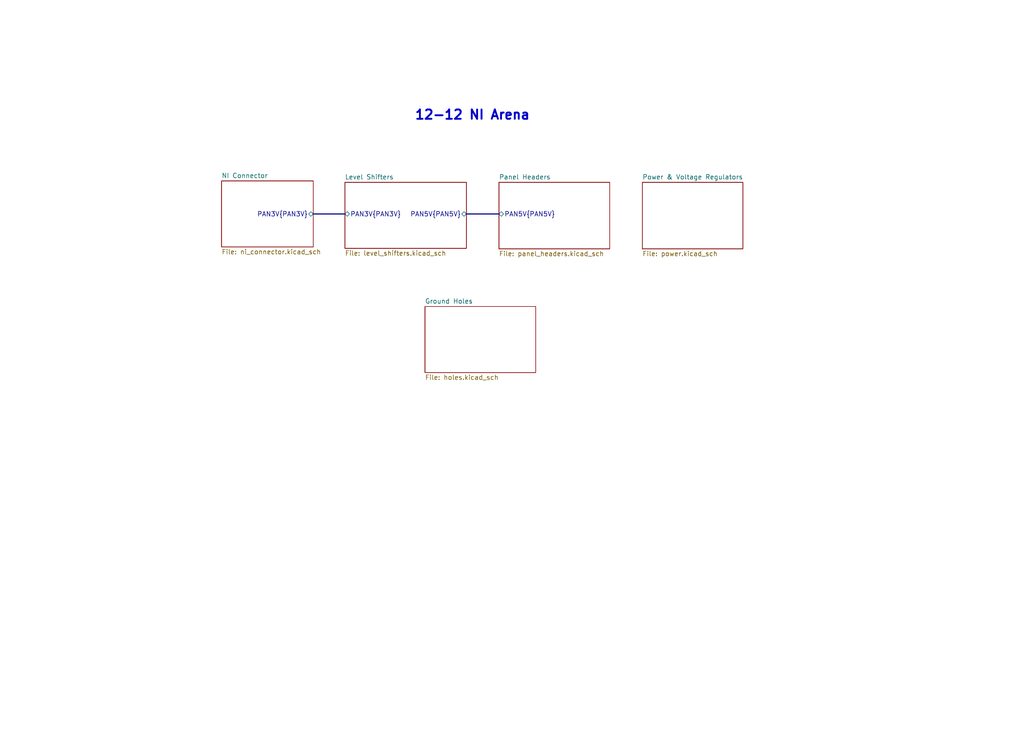
<source format=kicad_sch>
(kicad_sch
	(version 20250114)
	(generator "eeschema")
	(generator_version "9.0")
	(uuid "a2511654-3a17-43f1-8b9e-c45e375533dc")
	(paper "User" 279.4 203.2)
	(title_block
		(title "12-12 NI G4.1 Arena Modular LED Display")
		(date "2025-08-06")
		(rev "v8.4")
		(company "IORodeo for Reiserlab @ Janelia")
	)
	(lib_symbols)
	(text "12-12 NI Arena"
		(exclude_from_sim no)
		(at 113.03 33.02 0)
		(effects
			(font
				(size 2.54 2.54)
				(thickness 0.508)
				(bold yes)
			)
			(justify left bottom)
		)
		(uuid "5a21ad0e-00ff-4028-aa06-98e7a7edcffd")
	)
	(bus
		(pts
			(xy 127.254 58.42) (xy 136.144 58.42)
		)
		(stroke
			(width 0)
			(type default)
		)
		(uuid "11599b83-9845-413e-9811-ae4cea08730c")
	)
	(bus
		(pts
			(xy 85.471 58.42) (xy 94.107 58.42)
		)
		(stroke
			(width 0)
			(type default)
		)
		(uuid "f5401b2d-5891-43a2-81cd-8d19a85723fd")
	)
	(sheet
		(at 94.107 49.784)
		(size 33.147 18.034)
		(exclude_from_sim no)
		(in_bom yes)
		(on_board yes)
		(dnp no)
		(fields_autoplaced yes)
		(stroke
			(width 0.1524)
			(type solid)
		)
		(fill
			(color 0 0 0 0.0000)
		)
		(uuid "089bb880-f417-4f64-98ac-7a8591f9a34e")
		(property "Sheetname" "Level Shifters"
			(at 94.107 49.0724 0)
			(effects
				(font
					(size 1.27 1.27)
				)
				(justify left bottom)
			)
		)
		(property "Sheetfile" "level_shifters.kicad_sch"
			(at 94.107 68.4026 0)
			(effects
				(font
					(size 1.27 1.27)
				)
				(justify left top)
			)
		)
		(pin "PAN5V{PAN5V}" bidirectional
			(at 127.254 58.42 0)
			(uuid "7ac534d2-0cc4-4d65-b750-e1b075b9ae6a")
			(effects
				(font
					(size 1.27 1.27)
				)
				(justify right)
			)
		)
		(pin "PAN3V{PAN3V}" bidirectional
			(at 94.107 58.42 180)
			(uuid "34d27c6e-9507-4aba-ab2b-d933b587a542")
			(effects
				(font
					(size 1.27 1.27)
				)
				(justify left)
			)
		)
		(instances
			(project "arena_12-12_v8_ni"
				(path "/a2511654-3a17-43f1-8b9e-c45e375533dc"
					(page "3")
				)
			)
		)
	)
	(sheet
		(at 175.26 49.784)
		(size 27.432 18.161)
		(exclude_from_sim no)
		(in_bom yes)
		(on_board yes)
		(dnp no)
		(fields_autoplaced yes)
		(stroke
			(width 0.1524)
			(type solid)
		)
		(fill
			(color 0 0 0 0.0000)
		)
		(uuid "17861c68-32c3-4000-8a50-4f303c28fa47")
		(property "Sheetname" "Power & Voltage Regulators"
			(at 175.26 49.0724 0)
			(effects
				(font
					(size 1.27 1.27)
				)
				(justify left bottom)
			)
		)
		(property "Sheetfile" "power.kicad_sch"
			(at 175.26 68.5296 0)
			(effects
				(font
					(size 1.27 1.27)
				)
				(justify left top)
			)
		)
		(instances
			(project "arena_12-12_v8_ni"
				(path "/a2511654-3a17-43f1-8b9e-c45e375533dc"
					(page "6")
				)
			)
		)
	)
	(sheet
		(at 115.951 83.693)
		(size 30.226 18.034)
		(exclude_from_sim no)
		(in_bom yes)
		(on_board yes)
		(dnp no)
		(fields_autoplaced yes)
		(stroke
			(width 0.1524)
			(type solid)
		)
		(fill
			(color 0 0 0 0.0000)
		)
		(uuid "24a22302-295f-4a79-8162-dc1243f756aa")
		(property "Sheetname" "Ground Holes"
			(at 115.951 82.9814 0)
			(effects
				(font
					(size 1.27 1.27)
				)
				(justify left bottom)
			)
		)
		(property "Sheetfile" "holes.kicad_sch"
			(at 115.951 102.3116 0)
			(effects
				(font
					(size 1.27 1.27)
				)
				(justify left top)
			)
		)
		(instances
			(project "arena_12-12_v8_ni"
				(path "/a2511654-3a17-43f1-8b9e-c45e375533dc"
					(page "6")
				)
			)
		)
	)
	(sheet
		(at 136.144 49.784)
		(size 30.226 18.161)
		(exclude_from_sim no)
		(in_bom yes)
		(on_board yes)
		(dnp no)
		(fields_autoplaced yes)
		(stroke
			(width 0.1524)
			(type solid)
		)
		(fill
			(color 0 0 0 0.0000)
		)
		(uuid "ad9c294f-d898-4a63-8d96-c5c7fb69f139")
		(property "Sheetname" "Panel Headers"
			(at 136.144 49.0724 0)
			(effects
				(font
					(size 1.27 1.27)
				)
				(justify left bottom)
			)
		)
		(property "Sheetfile" "panel_headers.kicad_sch"
			(at 136.144 68.5296 0)
			(effects
				(font
					(size 1.27 1.27)
				)
				(justify left top)
			)
		)
		(pin "PAN5V{PAN5V}" bidirectional
			(at 136.144 58.42 180)
			(uuid "14e82bed-75aa-42e2-aadf-1d362ed4ae92")
			(effects
				(font
					(size 1.27 1.27)
				)
				(justify left)
			)
		)
		(instances
			(project "arena_12-12_v8_ni"
				(path "/a2511654-3a17-43f1-8b9e-c45e375533dc"
					(page "2")
				)
			)
		)
	)
	(sheet
		(at 60.452 49.403)
		(size 25.019 18.034)
		(exclude_from_sim no)
		(in_bom yes)
		(on_board yes)
		(dnp no)
		(fields_autoplaced yes)
		(stroke
			(width 0.1524)
			(type solid)
		)
		(fill
			(color 0 0 0 0.0000)
		)
		(uuid "cf1bf6c0-d319-44c6-9ef9-a2dffab7743b")
		(property "Sheetname" "NI Connector"
			(at 60.452 48.6914 0)
			(effects
				(font
					(size 1.27 1.27)
				)
				(justify left bottom)
			)
		)
		(property "Sheetfile" "ni_connector.kicad_sch"
			(at 60.452 68.0216 0)
			(effects
				(font
					(size 1.27 1.27)
				)
				(justify left top)
			)
		)
		(pin "PAN3V{PAN3V}" bidirectional
			(at 85.471 58.42 0)
			(uuid "fcde3bb4-5b21-45af-9b48-40070aae4420")
			(effects
				(font
					(size 1.27 1.27)
				)
				(justify right)
			)
		)
		(instances
			(project "arena_12-12_v8_ni"
				(path "/a2511654-3a17-43f1-8b9e-c45e375533dc"
					(page "7")
				)
			)
		)
	)
	(sheet_instances
		(path "/"
			(page "1")
		)
	)
	(embedded_fonts no)
)

</source>
